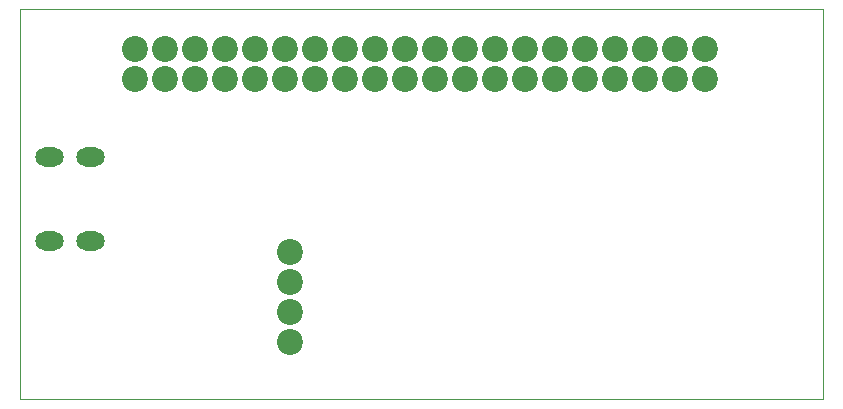
<source format=gbr>
%FSLAX34Y34*%
%MOMM*%
%LNSOLDERMASK_BOTTOM*%
G71*
G01*
%ADD10C, 0.00*%
%ADD11C, 2.20*%
%ADD12C, 1.65*%
%LPD*%
G54D10*
X0Y1000000D02*
X680000Y1000000D01*
X680000Y670000D01*
X0Y670000D01*
X0Y1000000D01*
X580231Y966788D02*
G54D11*
D03*
X580230Y941384D02*
G54D11*
D03*
X554831Y966788D02*
G54D11*
D03*
X554831Y941388D02*
G54D11*
D03*
X529431Y966788D02*
G54D11*
D03*
X529431Y941388D02*
G54D11*
D03*
X504030Y966784D02*
G54D11*
D03*
X504031Y941388D02*
G54D11*
D03*
X478631Y966788D02*
G54D11*
D03*
X478631Y941388D02*
G54D11*
D03*
X453230Y966784D02*
G54D11*
D03*
X453231Y941388D02*
G54D11*
D03*
X427831Y966788D02*
G54D11*
D03*
X427831Y941388D02*
G54D11*
D03*
X402431Y966788D02*
G54D11*
D03*
X402430Y941384D02*
G54D11*
D03*
X377031Y966788D02*
G54D11*
D03*
X377031Y941388D02*
G54D11*
D03*
X351631Y966788D02*
G54D11*
D03*
X351631Y941388D02*
G54D11*
D03*
X326230Y966784D02*
G54D11*
D03*
X326231Y941388D02*
G54D11*
D03*
X300831Y966788D02*
G54D11*
D03*
X300831Y941388D02*
G54D11*
D03*
X275431Y966788D02*
G54D11*
D03*
X275431Y941388D02*
G54D11*
D03*
X250030Y966784D02*
G54D11*
D03*
X250031Y941388D02*
G54D11*
D03*
X224631Y966788D02*
G54D11*
D03*
X224631Y941388D02*
G54D11*
D03*
X199231Y966788D02*
G54D11*
D03*
X199230Y941384D02*
G54D11*
D03*
X173831Y966788D02*
G54D11*
D03*
X173831Y941388D02*
G54D11*
D03*
X148430Y966784D02*
G54D11*
D03*
X123031Y966788D02*
G54D11*
D03*
X97631Y966788D02*
G54D11*
D03*
X148431Y941388D02*
G54D11*
D03*
X123031Y941388D02*
G54D11*
D03*
X97631Y941388D02*
G54D11*
D03*
X228600Y794544D02*
G54D11*
D03*
X228600Y769144D02*
G54D11*
D03*
X228600Y743744D02*
G54D11*
D03*
X228600Y718344D02*
G54D11*
D03*
X21034Y875109D02*
G54D12*
D03*
X28972Y875109D02*
G54D12*
D03*
X28972Y803672D02*
G54D12*
D03*
X21034Y803672D02*
G54D12*
D03*
X63500Y875109D02*
G54D12*
D03*
X55562Y875109D02*
G54D12*
D03*
X63500Y803672D02*
G54D12*
D03*
X55562Y803672D02*
G54D12*
D03*
X59531Y875109D02*
G54D12*
D03*
X59531Y803672D02*
G54D12*
D03*
X25003Y803672D02*
G54D12*
D03*
X25003Y875109D02*
G54D12*
D03*
X63302Y875109D02*
G54D12*
D03*
X63103Y875109D02*
G54D12*
D03*
X62905Y875109D02*
G54D12*
D03*
X62706Y875109D02*
G54D12*
D03*
X62508Y875109D02*
G54D12*
D03*
X62309Y875109D02*
G54D12*
D03*
X62111Y875109D02*
G54D12*
D03*
X61912Y875109D02*
G54D12*
D03*
X61714Y875109D02*
G54D12*
D03*
X61516Y875109D02*
G54D12*
D03*
X61317Y875109D02*
G54D12*
D03*
X61119Y875109D02*
G54D12*
D03*
X60920Y875109D02*
G54D12*
D03*
X60722Y875109D02*
G54D12*
D03*
X60523Y875109D02*
G54D12*
D03*
X60325Y875109D02*
G54D12*
D03*
X60127Y875109D02*
G54D12*
D03*
X59928Y875109D02*
G54D12*
D03*
X59730Y875109D02*
G54D12*
D03*
X59333Y875109D02*
G54D12*
D03*
X59134Y875109D02*
G54D12*
D03*
X58936Y875109D02*
G54D12*
D03*
X58738Y875109D02*
G54D12*
D03*
X58539Y875109D02*
G54D12*
D03*
X58341Y875109D02*
G54D12*
D03*
X58142Y875109D02*
G54D12*
D03*
X57944Y875109D02*
G54D12*
D03*
X57745Y875109D02*
G54D12*
D03*
X57547Y875109D02*
G54D12*
D03*
X57348Y875109D02*
G54D12*
D03*
X57150Y875109D02*
G54D12*
D03*
X55761Y875109D02*
G54D12*
D03*
X55959Y875109D02*
G54D12*
D03*
X56158Y875109D02*
G54D12*
D03*
X56356Y875109D02*
G54D12*
D03*
X56555Y875109D02*
G54D12*
D03*
X56753Y875109D02*
G54D12*
D03*
X63302Y803672D02*
G54D12*
D03*
X63103Y803672D02*
G54D12*
D03*
X62905Y803672D02*
G54D12*
D03*
X62706Y803672D02*
G54D12*
D03*
X62508Y803672D02*
G54D12*
D03*
X62309Y803672D02*
G54D12*
D03*
X62111Y803672D02*
G54D12*
D03*
X61912Y803672D02*
G54D12*
D03*
X61714Y803672D02*
G54D12*
D03*
X61516Y803672D02*
G54D12*
D03*
X61317Y803672D02*
G54D12*
D03*
X61119Y803672D02*
G54D12*
D03*
X60920Y803672D02*
G54D12*
D03*
X60722Y803672D02*
G54D12*
D03*
X60523Y803672D02*
G54D12*
D03*
X60325Y803672D02*
G54D12*
D03*
X60127Y803672D02*
G54D12*
D03*
X59928Y803672D02*
G54D12*
D03*
X55761Y803672D02*
G54D12*
D03*
X55959Y803672D02*
G54D12*
D03*
X56158Y803672D02*
G54D12*
D03*
X56356Y803672D02*
G54D12*
D03*
X56555Y803672D02*
G54D12*
D03*
X56753Y803672D02*
G54D12*
D03*
X56952Y803672D02*
G54D12*
D03*
X57150Y803672D02*
G54D12*
D03*
X57348Y803672D02*
G54D12*
D03*
X57547Y803672D02*
G54D12*
D03*
X57745Y803672D02*
G54D12*
D03*
X57944Y803672D02*
G54D12*
D03*
X58142Y803672D02*
G54D12*
D03*
X58341Y803672D02*
G54D12*
D03*
X58539Y803672D02*
G54D12*
D03*
X58539Y803672D02*
G54D12*
D03*
X58738Y803672D02*
G54D12*
D03*
X58936Y803672D02*
G54D12*
D03*
X59134Y803672D02*
G54D12*
D03*
X28972Y875109D02*
G54D12*
D03*
X21034Y875109D02*
G54D12*
D03*
X25003Y875109D02*
G54D12*
D03*
X28773Y875109D02*
G54D12*
D03*
X28575Y875109D02*
G54D12*
D03*
X28377Y875109D02*
G54D12*
D03*
X28178Y875109D02*
G54D12*
D03*
X27980Y875109D02*
G54D12*
D03*
X27781Y875109D02*
G54D12*
D03*
X27583Y875109D02*
G54D12*
D03*
X27384Y875109D02*
G54D12*
D03*
X27186Y875109D02*
G54D12*
D03*
X26988Y875109D02*
G54D12*
D03*
X26789Y875109D02*
G54D12*
D03*
X26591Y875109D02*
G54D12*
D03*
X26392Y875109D02*
G54D12*
D03*
X26194Y875109D02*
G54D12*
D03*
X25995Y875109D02*
G54D12*
D03*
X25797Y875109D02*
G54D12*
D03*
X25598Y875109D02*
G54D12*
D03*
X25400Y875109D02*
G54D12*
D03*
X25202Y875109D02*
G54D12*
D03*
X24805Y875109D02*
G54D12*
D03*
X24606Y875109D02*
G54D12*
D03*
X24408Y875109D02*
G54D12*
D03*
X24209Y875109D02*
G54D12*
D03*
X24011Y875109D02*
G54D12*
D03*
X23812Y875109D02*
G54D12*
D03*
X23614Y875109D02*
G54D12*
D03*
X23416Y875109D02*
G54D12*
D03*
X23217Y875109D02*
G54D12*
D03*
X23019Y875109D02*
G54D12*
D03*
X22820Y875109D02*
G54D12*
D03*
X22622Y875109D02*
G54D12*
D03*
X21233Y875109D02*
G54D12*
D03*
X21431Y875109D02*
G54D12*
D03*
X21630Y875109D02*
G54D12*
D03*
X21828Y875109D02*
G54D12*
D03*
X22027Y875109D02*
G54D12*
D03*
X22225Y875109D02*
G54D12*
D03*
X28972Y803672D02*
G54D12*
D03*
X21034Y803672D02*
G54D12*
D03*
X25003Y803672D02*
G54D12*
D03*
X28773Y803672D02*
G54D12*
D03*
X28575Y803672D02*
G54D12*
D03*
X28377Y803672D02*
G54D12*
D03*
X28178Y803672D02*
G54D12*
D03*
X27980Y803672D02*
G54D12*
D03*
X27781Y803672D02*
G54D12*
D03*
X27583Y803672D02*
G54D12*
D03*
X27384Y803672D02*
G54D12*
D03*
X27186Y803672D02*
G54D12*
D03*
X26988Y803672D02*
G54D12*
D03*
X26789Y803672D02*
G54D12*
D03*
X26591Y803672D02*
G54D12*
D03*
X26392Y803672D02*
G54D12*
D03*
X26194Y803672D02*
G54D12*
D03*
X25995Y803672D02*
G54D12*
D03*
X25797Y803672D02*
G54D12*
D03*
X25598Y803672D02*
G54D12*
D03*
X25400Y803672D02*
G54D12*
D03*
X21233Y803672D02*
G54D12*
D03*
X21431Y803672D02*
G54D12*
D03*
X21630Y803672D02*
G54D12*
D03*
X21828Y803672D02*
G54D12*
D03*
X22027Y803672D02*
G54D12*
D03*
X22225Y803672D02*
G54D12*
D03*
X22423Y803672D02*
G54D12*
D03*
X22622Y803672D02*
G54D12*
D03*
X22820Y803672D02*
G54D12*
D03*
X23019Y803672D02*
G54D12*
D03*
X23217Y803672D02*
G54D12*
D03*
X23416Y803672D02*
G54D12*
D03*
X23614Y803672D02*
G54D12*
D03*
X23812Y803672D02*
G54D12*
D03*
X24011Y803672D02*
G54D12*
D03*
X24011Y803672D02*
G54D12*
D03*
X24209Y803672D02*
G54D12*
D03*
X24408Y803672D02*
G54D12*
D03*
X24606Y803672D02*
G54D12*
D03*
X21828Y875109D02*
G54D12*
D03*
X22622Y875109D02*
G54D12*
D03*
X23416Y875109D02*
G54D12*
D03*
X24209Y875109D02*
G54D12*
D03*
X25003Y875109D02*
G54D12*
D03*
X25797Y875109D02*
G54D12*
D03*
X26591Y875109D02*
G54D12*
D03*
X27384Y875109D02*
G54D12*
D03*
X28178Y875109D02*
G54D12*
D03*
X56356Y875109D02*
G54D12*
D03*
X57150Y875109D02*
G54D12*
D03*
X57944Y875109D02*
G54D12*
D03*
X58738Y875109D02*
G54D12*
D03*
X59531Y875109D02*
G54D12*
D03*
X60325Y875109D02*
G54D12*
D03*
X61119Y875109D02*
G54D12*
D03*
X61912Y875109D02*
G54D12*
D03*
X62706Y875109D02*
G54D12*
D03*
X63500Y875109D02*
G54D12*
D03*
X28972Y875109D02*
G54D12*
D03*
X21034Y803672D02*
G54D12*
D03*
X21828Y803672D02*
G54D12*
D03*
X22622Y803672D02*
G54D12*
D03*
X23416Y803672D02*
G54D12*
D03*
X24209Y803672D02*
G54D12*
D03*
X25003Y803672D02*
G54D12*
D03*
X25797Y803672D02*
G54D12*
D03*
X26591Y803672D02*
G54D12*
D03*
X27384Y803672D02*
G54D12*
D03*
X28178Y803672D02*
G54D12*
D03*
X28972Y803672D02*
G54D12*
D03*
X55562Y803672D02*
G54D12*
D03*
X56356Y803672D02*
G54D12*
D03*
X57150Y803672D02*
G54D12*
D03*
X57944Y803672D02*
G54D12*
D03*
X58738Y803672D02*
G54D12*
D03*
X59531Y803672D02*
G54D12*
D03*
X60325Y803672D02*
G54D12*
D03*
X61119Y803672D02*
G54D12*
D03*
X61912Y803672D02*
G54D12*
D03*
X62706Y803672D02*
G54D12*
D03*
X63500Y803672D02*
G54D12*
D03*
X21034Y875109D02*
G54D12*
D03*
X28972Y875109D02*
G54D12*
D03*
X55562Y875109D02*
G54D12*
D03*
M02*

</source>
